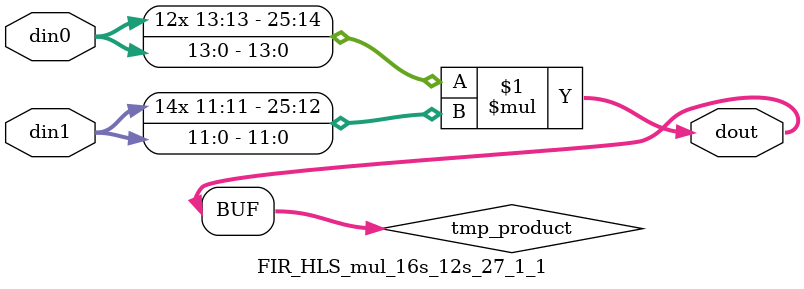
<source format=v>

`timescale 1 ns / 1 ps

 module FIR_HLS_mul_16s_12s_27_1_1(din0, din1, dout);
parameter ID = 1;
parameter NUM_STAGE = 0;
parameter din0_WIDTH = 14;
parameter din1_WIDTH = 12;
parameter dout_WIDTH = 26;

input [din0_WIDTH - 1 : 0] din0; 
input [din1_WIDTH - 1 : 0] din1; 
output [dout_WIDTH - 1 : 0] dout;

wire signed [dout_WIDTH - 1 : 0] tmp_product;



























assign tmp_product = $signed(din0) * $signed(din1);








assign dout = tmp_product;





















endmodule

</source>
